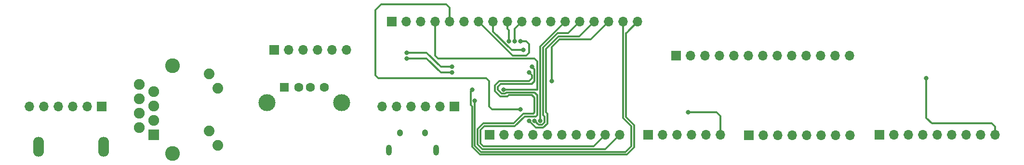
<source format=gbr>
%TF.GenerationSoftware,KiCad,Pcbnew,6.0.5*%
%TF.CreationDate,2022-05-09T00:08:55+02:00*%
%TF.ProjectId,gauge,67617567-652e-46b6-9963-61645f706362,rev?*%
%TF.SameCoordinates,Original*%
%TF.FileFunction,Copper,L2,Bot*%
%TF.FilePolarity,Positive*%
%FSLAX46Y46*%
G04 Gerber Fmt 4.6, Leading zero omitted, Abs format (unit mm)*
G04 Created by KiCad (PCBNEW 6.0.5) date 2022-05-09 00:08:55*
%MOMM*%
%LPD*%
G01*
G04 APERTURE LIST*
%TA.AperFunction,ComponentPad*%
%ADD10R,1.700000X1.700000*%
%TD*%
%TA.AperFunction,ComponentPad*%
%ADD11O,1.700000X1.700000*%
%TD*%
%TA.AperFunction,ComponentPad*%
%ADD12O,1.000000X1.900000*%
%TD*%
%TA.AperFunction,ComponentPad*%
%ADD13O,1.050000X1.250000*%
%TD*%
%TA.AperFunction,ComponentPad*%
%ADD14C,2.600000*%
%TD*%
%TA.AperFunction,ComponentPad*%
%ADD15C,1.890000*%
%TD*%
%TA.AperFunction,ComponentPad*%
%ADD16R,1.900000X1.900000*%
%TD*%
%TA.AperFunction,ComponentPad*%
%ADD17C,1.900000*%
%TD*%
%TA.AperFunction,ComponentPad*%
%ADD18R,1.600000X1.500000*%
%TD*%
%TA.AperFunction,ComponentPad*%
%ADD19C,1.600000*%
%TD*%
%TA.AperFunction,ComponentPad*%
%ADD20C,3.000000*%
%TD*%
%TA.AperFunction,ComponentPad*%
%ADD21O,1.900000X3.500000*%
%TD*%
%TA.AperFunction,ViaPad*%
%ADD22C,0.800000*%
%TD*%
%TA.AperFunction,Conductor*%
%ADD23C,0.300000*%
%TD*%
G04 APERTURE END LIST*
D10*
%TO.P,J4,1,Pin_1*%
%TO.N,Net-(D1-Pad1)*%
X140380000Y-115000000D03*
D11*
%TO.P,J4,2,Pin_2*%
%TO.N,Net-(D1-Pad2)*%
X142920000Y-115000000D03*
%TO.P,J4,3,Pin_3*%
%TO.N,Net-(D1-Pad3)*%
X145460000Y-115000000D03*
%TO.P,J4,4,Pin_4*%
%TO.N,Net-(D1-Pad4)*%
X148000000Y-115000000D03*
%TO.P,J4,5,Pin_5*%
%TO.N,Net-(D1-Pad5)*%
X150540000Y-115000000D03*
%TO.P,J4,6,Pin_6*%
%TO.N,Net-(D1-Pad6)*%
X153080000Y-115000000D03*
%TD*%
D10*
%TO.P,J15,1,Pin_1*%
%TO.N,Net-(U3-Pad1)*%
X95375000Y-95000000D03*
D11*
%TO.P,J15,2,Pin_2*%
%TO.N,Net-(U3-Pad2)*%
X97915000Y-95000000D03*
%TO.P,J15,3,Pin_3*%
%TO.N,Net-(U3-Pad4)*%
X100455000Y-95000000D03*
%TO.P,J15,4,Pin_4*%
%TO.N,Net-(U3-Pad19)*%
X102995000Y-95000000D03*
%TO.P,J15,5,Pin_5*%
%TO.N,Net-(U3-Pad15)*%
X105535000Y-95000000D03*
%TO.P,J15,6,Pin_6*%
%TO.N,Net-(U3-Pad20)*%
X108075000Y-95000000D03*
%TO.P,J15,7,Pin_7*%
%TO.N,Net-(U3-Pad22)*%
X110615000Y-95000000D03*
%TO.P,J15,8,Pin_8*%
%TO.N,Net-(U3-Pad21)*%
X113155000Y-95000000D03*
%TO.P,J15,9,Pin_9*%
%TO.N,Net-(J15-Pad9)*%
X115695000Y-95000000D03*
%TO.P,J15,10,Pin_10*%
%TO.N,Net-(J15-Pad10)*%
X118235000Y-95000000D03*
%TO.P,J15,11,Pin_11*%
%TO.N,Net-(U3-Pad17)*%
X120775000Y-95000000D03*
%TO.P,J15,12,Pin_12*%
%TO.N,Net-(U3-Pad16)*%
X123315000Y-95000000D03*
%TO.P,J15,13,Pin_13*%
%TO.N,Net-(U3-Pad14)*%
X125855000Y-95000000D03*
%TO.P,J15,14,Pin_14*%
%TO.N,Net-(U3-Pad13)*%
X128395000Y-95000000D03*
%TO.P,J15,15,Pin_15*%
%TO.N,Net-(U3-Pad12)*%
X130935000Y-95000000D03*
%TO.P,J15,16,Pin_16*%
%TO.N,Net-(U3-Pad18)*%
X133475000Y-95000000D03*
%TO.P,J15,17,Pin_17*%
%TO.N,Net-(U3-Pad5)*%
X136015000Y-95000000D03*
%TO.P,J15,18,Pin_18*%
%TO.N,Net-(U3-Pad3)*%
X138555000Y-95000000D03*
%TD*%
D10*
%TO.P,J7,1,Pin_1*%
%TO.N,Net-(J6-Pad1)*%
X74650000Y-100000000D03*
D11*
%TO.P,J7,2,Pin_2*%
%TO.N,Net-(J7-Pad2)*%
X77190000Y-100000000D03*
%TO.P,J7,3,Pin_3*%
%TO.N,Net-(J7-Pad3)*%
X79730000Y-100000000D03*
%TO.P,J7,4,Pin_4*%
%TO.N,Net-(J7-Pad4)*%
X82270000Y-100000000D03*
%TO.P,J7,5,Pin_5*%
%TO.N,Net-(J6-Pad5)*%
X84810000Y-100000000D03*
%TO.P,J7,6,Pin_6*%
%TO.N,unconnected-(J7-Pad6)*%
X87350000Y-100000000D03*
%TD*%
D10*
%TO.P,J12,1,Pin_1*%
%TO.N,Net-(J3-Pad1)*%
X106350000Y-110000000D03*
D11*
%TO.P,J12,2,Pin_2*%
%TO.N,Net-(J3-Pad2)*%
X103810000Y-110000000D03*
%TO.P,J12,3,Pin_3*%
%TO.N,Net-(J3-Pad3)*%
X101270000Y-110000000D03*
%TO.P,J12,4,Pin_4*%
%TO.N,Net-(J3-Pad4)*%
X98730000Y-110000000D03*
%TO.P,J12,5,Pin_5*%
%TO.N,Net-(J3-Pad5)*%
X96190000Y-110000000D03*
%TO.P,J12,6,Pin_6*%
%TO.N,Net-(J3-Pad6)*%
X93650000Y-110000000D03*
%TD*%
D10*
%TO.P,J11,1,Pin_1*%
%TO.N,Net-(U2-Pad1)*%
X181000000Y-115000000D03*
D11*
%TO.P,J11,2,Pin_2*%
%TO.N,Net-(U2-Pad2)*%
X183540000Y-115000000D03*
%TO.P,J11,3,Pin_3*%
%TO.N,Net-(U2-Pad3)*%
X186080000Y-115000000D03*
%TO.P,J11,4,Pin_4*%
%TO.N,Net-(U2-Pad4)*%
X188620000Y-115000000D03*
%TO.P,J11,5,Pin_5*%
%TO.N,Net-(U2-Pad5)*%
X191160000Y-115000000D03*
%TO.P,J11,6,Pin_6*%
%TO.N,Net-(U2-Pad6)*%
X193700000Y-115000000D03*
%TO.P,J11,7,Pin_7*%
%TO.N,Net-(U2-Pad7)*%
X196240000Y-115000000D03*
%TO.P,J11,8,Pin_8*%
%TO.N,Net-(U2-Pad8)*%
X198780000Y-115000000D03*
%TO.P,J11,9,Pin_9*%
%TO.N,Net-(U2-Pad9)*%
X201320000Y-115000000D03*
%TD*%
D12*
%TO.P,J3,6,Shield*%
%TO.N,Net-(J3-Pad6)*%
X94825000Y-117675000D03*
D13*
X101225000Y-114675000D03*
X96775000Y-114675000D03*
D12*
X103175000Y-117675000D03*
%TD*%
D14*
%TO.P,J1,13*%
%TO.N,N/C*%
X56845000Y-102780000D03*
X56845000Y-118330000D03*
D15*
%TO.P,J1,L1*%
X63275000Y-104230000D03*
%TO.P,J1,L2*%
X64795000Y-106770000D03*
%TO.P,J1,L3*%
X63275000Y-114340000D03*
%TO.P,J1,L4*%
X64795000Y-116880000D03*
D16*
%TO.P,J1,R1*%
X53555000Y-115000000D03*
D17*
%TO.P,J1,R2*%
X51015000Y-113730000D03*
%TO.P,J1,R3*%
X53555000Y-112460000D03*
%TO.P,J1,R4*%
X51015000Y-111190000D03*
%TO.P,J1,R5*%
X53555000Y-109920000D03*
%TO.P,J1,R6*%
X51015000Y-108650000D03*
%TO.P,J1,R7*%
X53555000Y-107380000D03*
%TO.P,J1,R8*%
X51015000Y-106110000D03*
%TD*%
D10*
%TO.P,J9,1,Pin_1*%
%TO.N,Net-(J2-Pad1)*%
X44350000Y-110000000D03*
D11*
%TO.P,J9,2,Pin_2*%
%TO.N,Net-(J2-Pad2)*%
X41810000Y-110000000D03*
%TO.P,J9,3,Pin_3*%
%TO.N,Net-(J2-Pad3)*%
X39270000Y-110000000D03*
%TO.P,J9,4,Pin_4*%
%TO.N,Net-(J2-Pad4)*%
X36730000Y-110000000D03*
%TO.P,J9,5,Pin_5*%
%TO.N,Net-(J2-Pad5)*%
X34190000Y-110000000D03*
%TO.P,J9,6,Pin_6*%
%TO.N,unconnected-(J9-Pad6)*%
X31650000Y-110000000D03*
%TD*%
D18*
%TO.P,J6,1,VBUS*%
%TO.N,Net-(J6-Pad1)*%
X76500000Y-106640000D03*
D19*
%TO.P,J6,2,D-*%
%TO.N,Net-(J7-Pad2)*%
X79000000Y-106640000D03*
%TO.P,J6,3,D+*%
%TO.N,Net-(J7-Pad3)*%
X81000000Y-106640000D03*
%TO.P,J6,4,GND*%
%TO.N,Net-(J7-Pad4)*%
X83500000Y-106640000D03*
D20*
%TO.P,J6,5,Shield*%
%TO.N,Net-(J6-Pad5)*%
X86570000Y-109350000D03*
X73430000Y-109350000D03*
%TD*%
D21*
%TO.P,J2,5,Shield*%
%TO.N,Net-(J2-Pad5)*%
X33300000Y-117100000D03*
X44700000Y-117100000D03*
%TD*%
D10*
%TO.P,J10,1,Pin_1*%
%TO.N,Net-(U1-Pad1)*%
X158120000Y-115095000D03*
D11*
%TO.P,J10,2,Pin_2*%
%TO.N,Net-(U1-Pad2)*%
X160660000Y-115095000D03*
%TO.P,J10,3,Pin_3*%
%TO.N,Net-(U1-Pad3)*%
X163200000Y-115095000D03*
%TO.P,J10,4,Pin_4*%
%TO.N,Net-(U1-Pad4)*%
X165740000Y-115095000D03*
%TO.P,J10,5,Pin_5*%
%TO.N,Net-(U1-Pad5)*%
X168280000Y-115095000D03*
%TO.P,J10,6,Pin_6*%
%TO.N,Net-(U1-Pad6)*%
X170820000Y-115095000D03*
%TO.P,J10,7,Pin_7*%
%TO.N,Net-(U1-Pad7)*%
X173360000Y-115095000D03*
%TO.P,J10,8,Pin_8*%
%TO.N,Net-(U1-Pad8)*%
X175900000Y-115095000D03*
%TD*%
D10*
%TO.P,J13,1,Pin_1*%
%TO.N,Net-(U3-Pad8)*%
X112525000Y-115000000D03*
D11*
%TO.P,J13,2,Pin_2*%
%TO.N,Net-(U3-Pad9)*%
X115065000Y-115000000D03*
%TO.P,J13,3,Pin_3*%
%TO.N,Net-(U3-Pad10)*%
X117605000Y-115000000D03*
%TO.P,J13,4,Pin_4*%
%TO.N,Net-(U3-Pad11)*%
X120145000Y-115000000D03*
%TO.P,J13,5,Pin_5*%
%TO.N,Net-(U3-Pad7)*%
X122685000Y-115000000D03*
%TO.P,J13,6,Pin_6*%
%TO.N,unconnected-(J13-Pad6)*%
X125225000Y-115000000D03*
%TO.P,J13,7,Pin_7*%
%TO.N,Net-(U3-Pad27)*%
X127765000Y-115000000D03*
%TO.P,J13,8,Pin_8*%
%TO.N,Net-(U3-Pad28)*%
X130305000Y-115000000D03*
%TO.P,J13,9,Pin_9*%
%TO.N,Net-(U3-Pad26)*%
X132845000Y-115000000D03*
%TO.P,J13,10,Pin_10*%
%TO.N,Net-(U3-Pad25)*%
X135385000Y-115000000D03*
%TD*%
D10*
%TO.P,J8,1,Pin_1*%
%TO.N,Net-(J1-Pad1)*%
X145275000Y-101000000D03*
D11*
%TO.P,J8,2,Pin_2*%
%TO.N,Net-(J1-Pad2)*%
X147815000Y-101000000D03*
%TO.P,J8,3,Pin_3*%
%TO.N,Net-(J1-Pad3)*%
X150355000Y-101000000D03*
%TO.P,J8,4,Pin_4*%
%TO.N,Net-(J1-Pad4)*%
X152895000Y-101000000D03*
%TO.P,J8,5,Pin_5*%
%TO.N,Net-(J1-Pad5)*%
X155435000Y-101000000D03*
%TO.P,J8,6,Pin_6*%
%TO.N,Net-(J1-Pad6)*%
X157975000Y-101000000D03*
%TO.P,J8,7,Pin_7*%
%TO.N,Net-(J1-Pad7)*%
X160515000Y-101000000D03*
%TO.P,J8,8,Pin_8*%
%TO.N,Net-(J1-Pad8)*%
X163055000Y-101000000D03*
%TO.P,J8,9,Pin_9*%
%TO.N,Net-(J1-Pad9)*%
X165595000Y-101000000D03*
%TO.P,J8,10,Pin_10*%
%TO.N,Net-(J1-Pad10)*%
X168135000Y-101000000D03*
%TO.P,J8,11,Pin_11*%
%TO.N,Net-(J1-Pad11)*%
X170675000Y-101000000D03*
%TO.P,J8,12,Pin_12*%
%TO.N,Net-(J1-Pad12)*%
X173215000Y-101000000D03*
%TO.P,J8,13,Pin_13*%
%TO.N,Net-(J1-PadSH)*%
X175755000Y-101000000D03*
%TD*%
D22*
%TO.N,Net-(U2-Pad9)*%
X189240000Y-105000000D03*
%TO.N,Net-(D1-Pad6)*%
X147380000Y-111000000D03*
%TO.N,Net-(U3-Pad18)*%
X123450000Y-105500000D03*
%TO.N,Net-(U3-Pad27)*%
X105950000Y-103000000D03*
%TO.N,Net-(U3-Pad28)*%
X105950000Y-104000000D03*
X97950000Y-101500000D03*
%TO.N,Net-(U3-Pad27)*%
X97950000Y-100500000D03*
%TO.N,Net-(U3-Pad21)*%
X118450000Y-100000000D03*
%TO.N,Net-(U3-Pad22)*%
X117950000Y-98500000D03*
%TO.N,Net-(J15-Pad10)*%
X116950000Y-98500000D03*
%TO.N,Net-(J15-Pad9)*%
X115950000Y-98500000D03*
%TO.N,Net-(U3-Pad25)*%
X119450000Y-104000000D03*
%TO.N,Net-(U3-Pad26)*%
X119950000Y-103000000D03*
%TO.N,Net-(U3-Pad5)*%
X109950000Y-109000000D03*
%TO.N,Net-(U3-Pad15)*%
X117950000Y-110500000D03*
%TO.N,Net-(U3-Pad3)*%
X109450000Y-107000000D03*
%TO.N,Net-(U3-Pad19)*%
X114950000Y-107000000D03*
%TO.N,Net-(U3-Pad14)*%
X121450000Y-112500000D03*
%TO.N,Net-(U3-Pad13)*%
X120450000Y-112500000D03*
%TO.N,Net-(U3-Pad12)*%
X119450000Y-112500000D03*
%TD*%
D23*
%TO.N,Net-(U2-Pad9)*%
X189240000Y-105000000D02*
X189240000Y-112000000D01*
X189240000Y-112000000D02*
X190240000Y-113000000D01*
X190240000Y-113000000D02*
X200740000Y-113000000D01*
X200740000Y-113000000D02*
X201320000Y-113580000D01*
X201320000Y-113580000D02*
X201320000Y-115000000D01*
%TO.N,Net-(D1-Pad6)*%
X147380000Y-111000000D02*
X152380000Y-111000000D01*
X152380000Y-111000000D02*
X153080000Y-111700000D01*
X153080000Y-111700000D02*
X153080000Y-115000000D01*
%TO.N,Net-(U3-Pad3)*%
X122450481Y-118499519D02*
X110830236Y-118499519D01*
X110830236Y-118499519D02*
X109450000Y-117119283D01*
X109450000Y-117119283D02*
X109450000Y-110000000D01*
X109200489Y-109750489D02*
X109200489Y-107249511D01*
X109200489Y-107249511D02*
X109450000Y-107000000D01*
X109450000Y-110000000D02*
X109200489Y-109750489D01*
%TO.N,Net-(U3-Pad5)*%
X136015000Y-95000000D02*
X136015000Y-112065000D01*
X136015000Y-112065000D02*
X137450000Y-113500000D01*
X137450000Y-113500000D02*
X137450000Y-117000000D01*
X137450000Y-117000000D02*
X136450000Y-118000000D01*
X136450000Y-118000000D02*
X111037145Y-118000000D01*
X111037145Y-118000000D02*
X109950000Y-116912855D01*
X109950000Y-116912855D02*
X109950000Y-109000000D01*
%TO.N,Net-(U3-Pad15)*%
X117950000Y-110500000D02*
X112950000Y-110500000D01*
X105535000Y-92585000D02*
X105535000Y-95000000D01*
X112950000Y-110500000D02*
X112450000Y-110000000D01*
X92450000Y-104500000D02*
X92450000Y-93000000D01*
X112450000Y-110000000D02*
X112450000Y-105500000D01*
X112450000Y-105500000D02*
X111950000Y-105000000D01*
X111950000Y-105000000D02*
X92950000Y-105000000D01*
X92950000Y-105000000D02*
X92450000Y-104500000D01*
X92450000Y-93000000D02*
X93450000Y-92000000D01*
X104950000Y-92000000D02*
X105535000Y-92585000D01*
X93450000Y-92000000D02*
X104950000Y-92000000D01*
%TO.N,Net-(U3-Pad3)*%
X122450000Y-118500000D02*
X122450481Y-118499519D01*
X137949519Y-113293091D02*
X136514520Y-111858092D01*
X122450481Y-118499519D02*
X136656909Y-118499519D01*
X136514520Y-111858092D02*
X136514520Y-97000000D01*
X136656909Y-118499519D02*
X137949519Y-117206909D01*
X137949519Y-117206909D02*
X137949519Y-113293091D01*
X136555000Y-97000000D02*
X138555000Y-95000000D01*
X136514520Y-97000000D02*
X136555000Y-97000000D01*
%TO.N,Net-(U3-Pad18)*%
X123450000Y-105500000D02*
X123450000Y-99524284D01*
X123450000Y-99524284D02*
X124815836Y-98158448D01*
X124815836Y-98158448D02*
X130316552Y-98158448D01*
X130316552Y-98158448D02*
X133475000Y-95000000D01*
%TO.N,Net-(U3-Pad28)*%
X101450000Y-101500000D02*
X103950000Y-104000000D01*
X97950000Y-101500000D02*
X101450000Y-101500000D01*
X103950000Y-104000000D02*
X105950000Y-104000000D01*
%TO.N,Net-(U3-Pad27)*%
X105950000Y-103000000D02*
X103950000Y-103000000D01*
X103950000Y-103000000D02*
X101450000Y-100500000D01*
X101450000Y-100500000D02*
X97950000Y-100500000D01*
%TO.N,Net-(U3-Pad19)*%
X120450000Y-101500000D02*
X103450000Y-101500000D01*
X102950000Y-101000000D02*
X102995000Y-100955000D01*
X103450000Y-101500000D02*
X102950000Y-101000000D01*
X120950000Y-107000000D02*
X120950000Y-102000000D01*
X120950000Y-102000000D02*
X120450000Y-101500000D01*
X102995000Y-100955000D02*
X102995000Y-95000000D01*
%TO.N,Net-(U3-Pad22)*%
X117950000Y-98500000D02*
X118950000Y-98500000D01*
X118950000Y-98500000D02*
X119450000Y-99000000D01*
X119450000Y-99000000D02*
X119450000Y-100500000D01*
X119450000Y-100500000D02*
X118950000Y-101000000D01*
X118950000Y-101000000D02*
X116615000Y-101000000D01*
X116615000Y-101000000D02*
X110615000Y-95000000D01*
%TO.N,Net-(U3-Pad21)*%
X118450000Y-100000000D02*
X116390030Y-100000000D01*
X116390030Y-100000000D02*
X113155000Y-96764970D01*
X113155000Y-96764970D02*
X113155000Y-95000000D01*
%TO.N,Net-(J15-Pad9)*%
X115950000Y-98500000D02*
X115950000Y-96500000D01*
X115950000Y-96500000D02*
X115695000Y-96245000D01*
X115695000Y-96245000D02*
X115695000Y-95000000D01*
%TO.N,Net-(J15-Pad10)*%
X116950000Y-98500000D02*
X116950000Y-96285000D01*
X116950000Y-96285000D02*
X118235000Y-95000000D01*
%TO.N,Net-(U3-Pad25)*%
X135385000Y-115000000D02*
X132885000Y-117500000D01*
X120450000Y-108500000D02*
X119950000Y-108000000D01*
X114432634Y-108249031D02*
X113450481Y-107266878D01*
X132885000Y-117500000D02*
X111243572Y-117500000D01*
X111243572Y-117500000D02*
X110450000Y-116706428D01*
X115700969Y-108249031D02*
X114432634Y-108249031D01*
X110450000Y-116706428D02*
X110450000Y-113969550D01*
X110450000Y-113969550D02*
X111419550Y-113000000D01*
X111419550Y-113000000D02*
X116743572Y-113000000D01*
X116743572Y-113000000D02*
X118492604Y-111250969D01*
X118492604Y-111250969D02*
X118906420Y-111250970D01*
X118906420Y-111250970D02*
X120199030Y-111250970D01*
X120199030Y-111250970D02*
X120450000Y-111000000D01*
X113450481Y-107266878D02*
X113450481Y-106293091D01*
X120450000Y-111000000D02*
X120450000Y-108500000D01*
X119950000Y-108000000D02*
X115950000Y-108000000D01*
X115950000Y-108000000D02*
X115700969Y-108249031D01*
X113450481Y-106293091D02*
X114243572Y-105500000D01*
X114243572Y-105500000D02*
X119450000Y-105500000D01*
X119450000Y-105500000D02*
X119950000Y-105000000D01*
X119950000Y-105000000D02*
X119950000Y-104500000D01*
X119950000Y-104500000D02*
X119450000Y-104000000D01*
%TO.N,Net-(U3-Pad26)*%
X132845000Y-115000000D02*
X130845000Y-117000000D01*
X110950000Y-116500000D02*
X110950000Y-114175978D01*
X120450000Y-107500000D02*
X115509970Y-107500000D01*
X130845000Y-117000000D02*
X111450000Y-117000000D01*
X111450000Y-117000000D02*
X110950000Y-116500000D01*
X110950000Y-114175978D02*
X111625978Y-113500000D01*
X111625978Y-113500000D02*
X116950000Y-113500000D01*
X116950000Y-113500000D02*
X118699511Y-111750489D01*
X114450000Y-106000000D02*
X119950000Y-106000000D01*
X118699511Y-111750489D02*
X120699511Y-111750489D01*
X120699511Y-111750489D02*
X120950000Y-111500000D01*
X120950000Y-111500000D02*
X120950000Y-108000000D01*
X115509970Y-107500000D02*
X115260459Y-107749511D01*
X119950000Y-106000000D02*
X120450000Y-105500000D01*
X120950000Y-108000000D02*
X120450000Y-107500000D01*
X115260459Y-107749511D02*
X114639541Y-107749511D01*
X113950000Y-106500000D02*
X114450000Y-106000000D01*
X114639541Y-107749511D02*
X113950000Y-107059970D01*
X113950000Y-107059970D02*
X113950000Y-106500000D01*
X120450000Y-103500000D02*
X119950000Y-103000000D01*
X120450000Y-105500000D02*
X120450000Y-103500000D01*
%TO.N,Net-(U3-Pad19)*%
X114950000Y-107000000D02*
X120950000Y-107000000D01*
%TO.N,Net-(U3-Pad12)*%
X119450000Y-112500000D02*
X119450000Y-112559970D01*
X120639061Y-113749031D02*
X121967367Y-113749031D01*
X122699030Y-111249030D02*
X122449520Y-110999520D01*
X119450000Y-112559970D02*
X120639061Y-113749031D01*
X121967367Y-113749031D02*
X122699030Y-113017368D01*
X122699030Y-113017368D02*
X122699030Y-111249030D01*
X122449520Y-110999520D02*
X122449520Y-99818336D01*
X122449520Y-99818336D02*
X124608928Y-97658928D01*
X128276072Y-97658928D02*
X130935000Y-95000000D01*
X124608928Y-97658928D02*
X128276072Y-97658928D01*
%TO.N,Net-(U3-Pad13)*%
X120450000Y-112500000D02*
X120450000Y-112559970D01*
X120450000Y-112559970D02*
X121139541Y-113249511D01*
X121139541Y-113249511D02*
X121760459Y-113249511D01*
X121760459Y-113249511D02*
X122199511Y-112810459D01*
X122199511Y-112810459D02*
X122199511Y-111749511D01*
X122199511Y-111749511D02*
X121950000Y-111500000D01*
X121950000Y-111500000D02*
X121950000Y-99611428D01*
X121950000Y-99611428D02*
X124505714Y-97055714D01*
X124505714Y-97055714D02*
X126339286Y-97055714D01*
X126339286Y-97055714D02*
X128395000Y-95000000D01*
%TO.N,Net-(U3-Pad14)*%
X121450000Y-112500000D02*
X121450000Y-99405000D01*
X121450000Y-99405000D02*
X125855000Y-95000000D01*
%TD*%
M02*

</source>
